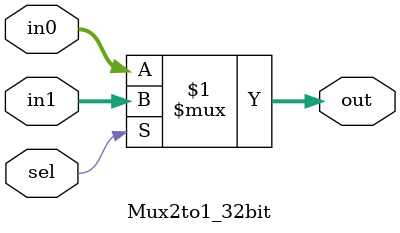
<source format=sv>
module Mux2to1_32bit(sel,in0,in1,out);
	input [31:0] in0,in1;
	input sel;
	output [31:0] out;
	
	assign out=(sel)? in1 : in0;
	
	endmodule
</source>
